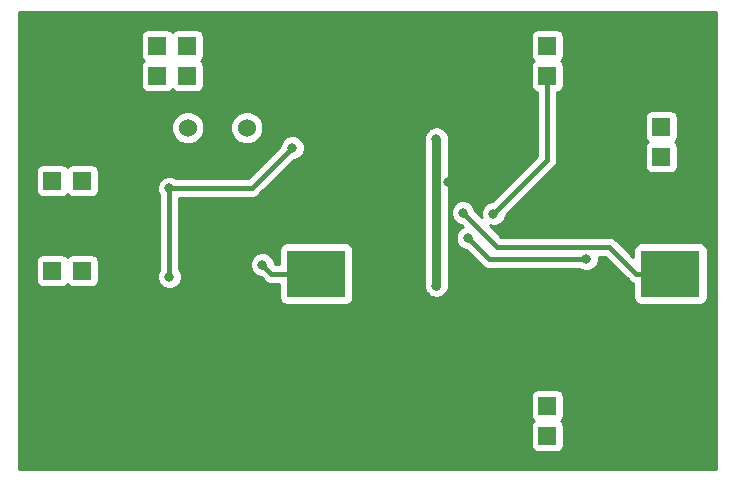
<source format=gbr>
G04 #@! TF.GenerationSoftware,KiCad,Pcbnew,(2018-02-10 revision a04965c36)-makepkg*
G04 #@! TF.CreationDate,2018-07-08T19:23:27+02:00*
G04 #@! TF.ProjectId,PCRD04A,504352443034412E6B696361645F7063,REV*
G04 #@! TF.SameCoordinates,Original*
G04 #@! TF.FileFunction,Copper,L1,Top,Signal*
G04 #@! TF.FilePolarity,Positive*
%FSLAX46Y46*%
G04 Gerber Fmt 4.6, Leading zero omitted, Abs format (unit mm)*
G04 Created by KiCad (PCBNEW (2018-02-10 revision a04965c36)-makepkg) date 07/08/18 19:23:27*
%MOMM*%
%LPD*%
G01*
G04 APERTURE LIST*
%ADD10C,1.524000*%
%ADD11R,5.000000X4.000000*%
%ADD12R,1.524000X1.524000*%
%ADD13C,6.000000*%
%ADD14C,0.800000*%
%ADD15C,0.400000*%
%ADD16C,0.250000*%
%ADD17C,0.800000*%
%ADD18C,0.254000*%
G04 APERTURE END LIST*
D10*
X15280000Y29885000D03*
X20280000Y29885000D03*
D11*
X26148000Y17526000D03*
X56148000Y17526000D03*
D12*
X43180000Y3810000D03*
X43180000Y6350000D03*
X45720000Y3810000D03*
X45720000Y6350000D03*
X48260000Y3810000D03*
X48260000Y6350000D03*
X52832000Y29972000D03*
X52832000Y27432000D03*
X55372000Y27432000D03*
X55372000Y29972000D03*
X57912000Y29972000D03*
X57912000Y27432000D03*
X48260000Y36830000D03*
X48260000Y34290000D03*
X45720000Y34290000D03*
X45720000Y36830000D03*
X43180000Y34290000D03*
X43180000Y36830000D03*
D13*
X5080000Y35560000D03*
X55880000Y35560000D03*
X55880000Y5080000D03*
X5080000Y5080000D03*
D12*
X3810000Y27940000D03*
X6350000Y27940000D03*
X3810000Y25400000D03*
X6350000Y25400000D03*
X3810000Y22860000D03*
X6350000Y22860000D03*
X6350000Y17780000D03*
X3810000Y17780000D03*
D13*
X35560000Y35560000D03*
X35560000Y5080000D03*
D12*
X12700000Y36830000D03*
X15240000Y36830000D03*
X12700000Y34290000D03*
X15240000Y34290000D03*
D14*
X28194000Y26924000D03*
X29464000Y26924000D03*
X30607000Y26924000D03*
X34036000Y27559000D03*
X33147000Y28448000D03*
X38354000Y26670000D03*
X40005000Y26670000D03*
X42037000Y26670000D03*
X50927000Y28448000D03*
X50038000Y29337000D03*
X49149000Y30099000D03*
X48260000Y30480000D03*
X48260000Y31496000D03*
X48260000Y32512000D03*
X43815000Y32385000D03*
X42672000Y32385000D03*
X41656000Y32385000D03*
X40640000Y32512000D03*
X40259000Y11430000D03*
X40259000Y10414000D03*
X39116000Y10414000D03*
X37973000Y10414000D03*
X37973000Y11430000D03*
X39116000Y11430000D03*
X54102000Y12827000D03*
X52832000Y12827000D03*
X51562000Y12827000D03*
X50165000Y12700000D03*
X30099000Y20574000D03*
X30099000Y19304000D03*
X17780000Y20574000D03*
X19558000Y20574000D03*
X21209000Y20574000D03*
X20574000Y19685000D03*
X19304000Y19177000D03*
X18034000Y19304000D03*
X17018000Y19304000D03*
X13335000Y13462000D03*
X14605000Y13462000D03*
X15875000Y13462000D03*
X17018000Y13462000D03*
X18034000Y13462000D03*
X10414000Y19088000D03*
X8636000Y19304000D03*
X11049000Y19812000D03*
X9906000Y19812000D03*
X51054000Y21590000D03*
X49911000Y21590000D03*
X48895000Y26035000D03*
X48260000Y26924000D03*
X47879000Y25908000D03*
X47117000Y26797000D03*
X46228000Y22352000D03*
X38100000Y17907000D03*
X38100000Y18796000D03*
X33782000Y17780000D03*
X32512000Y17780000D03*
X31242000Y17780000D03*
X30099000Y18034000D03*
X38227000Y25273000D03*
X37322000Y25273000D03*
X16637000Y28321000D03*
X15367000Y27686000D03*
X14224000Y28194000D03*
X8763000Y32385000D03*
X10287000Y32385000D03*
X36322000Y16510000D03*
X36322000Y28956000D03*
X38988000Y20574000D03*
X49022000Y18796000D03*
X41148000Y22606000D03*
X13716000Y17272000D03*
X38570000Y22699727D03*
X24130000Y28194000D03*
X13716000Y24765000D03*
X21590000Y18288000D03*
D15*
X29464000Y26924000D02*
X28194000Y26924000D01*
X31242000Y27559000D02*
X30607000Y26924000D01*
X34036000Y27559000D02*
X31242000Y27559000D01*
X33147000Y28448000D02*
X34036000Y27559000D01*
X42037000Y26670000D02*
X40005000Y26670000D01*
X50038000Y29337000D02*
X50927000Y28448000D01*
X48768000Y30480000D02*
X49149000Y30099000D01*
X48260000Y30480000D02*
X48768000Y30480000D01*
X48260000Y32512000D02*
X48260000Y31496000D01*
X42672000Y32385000D02*
X43815000Y32385000D01*
X41529000Y32512000D02*
X41656000Y32385000D01*
X40640000Y32512000D02*
X41529000Y32512000D01*
X40259000Y10414000D02*
X40259000Y11430000D01*
X37973000Y10414000D02*
X39116000Y10414000D01*
X39116000Y11430000D02*
X37973000Y11430000D01*
X52832000Y12827000D02*
X54102000Y12827000D01*
X51435000Y12700000D02*
X51562000Y12827000D01*
X50165000Y12700000D02*
X51435000Y12700000D01*
X30099000Y19304000D02*
X30099000Y20574000D01*
X19558000Y20574000D02*
X17780000Y20574000D01*
X20574000Y19939000D02*
X21209000Y20574000D01*
X20574000Y19685000D02*
X20574000Y19939000D01*
X19177000Y19304000D02*
X19304000Y19177000D01*
X18034000Y19304000D02*
X19177000Y19304000D01*
X17018000Y16002000D02*
X17018000Y19304000D01*
X14877999Y13861999D02*
X17018000Y16002000D01*
X13335000Y13462000D02*
X13734999Y13861999D01*
X13734999Y13861999D02*
X14877999Y13861999D01*
X15875000Y13462000D02*
X14605000Y13462000D01*
X18034000Y13462000D02*
X17018000Y13462000D01*
X9144000Y19812000D02*
X8636000Y19304000D01*
X11049000Y19812000D02*
X9144000Y19812000D01*
X6350000Y21698000D02*
X8236000Y19812000D01*
X6350000Y22860000D02*
X6350000Y21698000D01*
X8236000Y19812000D02*
X9906000Y19812000D01*
D16*
X49911000Y21590000D02*
X51054000Y21590000D01*
X48260000Y26670000D02*
X48895000Y26035000D01*
X48260000Y26924000D02*
X48260000Y26670000D01*
X47117000Y26670000D02*
X47879000Y25908000D01*
X47117000Y26797000D02*
X47117000Y26670000D01*
X38100000Y18796000D02*
X38100000Y17907000D01*
X32512000Y17780000D02*
X33782000Y17780000D01*
X30988000Y18034000D02*
X31242000Y17780000D01*
X30099000Y18034000D02*
X30988000Y18034000D01*
X37322000Y25273000D02*
X38227000Y25273000D01*
X14859000Y28194000D02*
X15367000Y27686000D01*
X14224000Y28194000D02*
X14859000Y28194000D01*
X10287000Y32385000D02*
X8763000Y32385000D01*
D17*
X36322000Y28956000D02*
X36322000Y16510000D01*
D15*
X49022000Y18796000D02*
X40766000Y18796000D01*
X40766000Y18796000D02*
X38988000Y20574000D01*
X41148000Y22606000D02*
X45720000Y27178000D01*
X45720000Y27178000D02*
X45720000Y34290000D01*
X13716000Y24765000D02*
X13716000Y17272000D01*
X41457727Y19812000D02*
X38570000Y22699727D01*
X50962000Y19812000D02*
X41457727Y19812000D01*
X56148000Y17526000D02*
X53248000Y17526000D01*
X53248000Y17526000D02*
X50962000Y19812000D01*
X20701000Y24765000D02*
X24130000Y28194000D01*
X13716000Y24765000D02*
X20701000Y24765000D01*
X22352000Y17526000D02*
X21590000Y18288000D01*
X26148000Y17526000D02*
X22352000Y17526000D01*
D18*
G36*
X59971000Y989000D02*
X989000Y989000D01*
X989000Y7112000D01*
X44310560Y7112000D01*
X44310560Y5588000D01*
X44359843Y5340235D01*
X44500191Y5130191D01*
X44575307Y5080000D01*
X44500191Y5029809D01*
X44359843Y4819765D01*
X44310560Y4572000D01*
X44310560Y3048000D01*
X44359843Y2800235D01*
X44500191Y2590191D01*
X44710235Y2449843D01*
X44958000Y2400560D01*
X46482000Y2400560D01*
X46729765Y2449843D01*
X46939809Y2590191D01*
X47080157Y2800235D01*
X47129440Y3048000D01*
X47129440Y4572000D01*
X47080157Y4819765D01*
X46939809Y5029809D01*
X46864693Y5080000D01*
X46939809Y5130191D01*
X47080157Y5340235D01*
X47129440Y5588000D01*
X47129440Y7112000D01*
X47080157Y7359765D01*
X46939809Y7569809D01*
X46729765Y7710157D01*
X46482000Y7759440D01*
X44958000Y7759440D01*
X44710235Y7710157D01*
X44500191Y7569809D01*
X44359843Y7359765D01*
X44310560Y7112000D01*
X989000Y7112000D01*
X989000Y18542000D01*
X2400560Y18542000D01*
X2400560Y17018000D01*
X2449843Y16770235D01*
X2590191Y16560191D01*
X2800235Y16419843D01*
X3048000Y16370560D01*
X4572000Y16370560D01*
X4819765Y16419843D01*
X5029809Y16560191D01*
X5080000Y16635307D01*
X5130191Y16560191D01*
X5340235Y16419843D01*
X5588000Y16370560D01*
X7112000Y16370560D01*
X7359765Y16419843D01*
X7569809Y16560191D01*
X7710157Y16770235D01*
X7759440Y17018000D01*
X7759440Y18542000D01*
X7710157Y18789765D01*
X7569809Y18999809D01*
X7359765Y19140157D01*
X7112000Y19189440D01*
X5588000Y19189440D01*
X5340235Y19140157D01*
X5130191Y18999809D01*
X5080000Y18924693D01*
X5029809Y18999809D01*
X4819765Y19140157D01*
X4572000Y19189440D01*
X3048000Y19189440D01*
X2800235Y19140157D01*
X2590191Y18999809D01*
X2449843Y18789765D01*
X2400560Y18542000D01*
X989000Y18542000D01*
X989000Y26162000D01*
X2400560Y26162000D01*
X2400560Y24638000D01*
X2449843Y24390235D01*
X2590191Y24180191D01*
X2800235Y24039843D01*
X3048000Y23990560D01*
X4572000Y23990560D01*
X4819765Y24039843D01*
X5029809Y24180191D01*
X5080000Y24255307D01*
X5130191Y24180191D01*
X5340235Y24039843D01*
X5588000Y23990560D01*
X7112000Y23990560D01*
X7359765Y24039843D01*
X7569809Y24180191D01*
X7710157Y24390235D01*
X7759440Y24638000D01*
X7759440Y24970874D01*
X12681000Y24970874D01*
X12681000Y24559126D01*
X12838569Y24178720D01*
X12881000Y24136289D01*
X12881001Y17900712D01*
X12838569Y17858280D01*
X12681000Y17477874D01*
X12681000Y17066126D01*
X12838569Y16685720D01*
X13129720Y16394569D01*
X13510126Y16237000D01*
X13921874Y16237000D01*
X14302280Y16394569D01*
X14593431Y16685720D01*
X14751000Y17066126D01*
X14751000Y17477874D01*
X14593431Y17858280D01*
X14551000Y17900711D01*
X14551000Y18493874D01*
X20555000Y18493874D01*
X20555000Y18082126D01*
X20712569Y17701720D01*
X21003720Y17410569D01*
X21384126Y17253000D01*
X21444132Y17253000D01*
X21703414Y16993718D01*
X21749999Y16923999D01*
X22026199Y16739448D01*
X22269763Y16691000D01*
X22352000Y16674642D01*
X22434237Y16691000D01*
X23000560Y16691000D01*
X23000560Y15526000D01*
X23049843Y15278235D01*
X23190191Y15068191D01*
X23400235Y14927843D01*
X23648000Y14878560D01*
X28648000Y14878560D01*
X28895765Y14927843D01*
X29105809Y15068191D01*
X29246157Y15278235D01*
X29295440Y15526000D01*
X29295440Y19526000D01*
X29246157Y19773765D01*
X29105809Y19983809D01*
X28895765Y20124157D01*
X28648000Y20173440D01*
X23648000Y20173440D01*
X23400235Y20124157D01*
X23190191Y19983809D01*
X23049843Y19773765D01*
X23000560Y19526000D01*
X23000560Y18361000D01*
X22697868Y18361000D01*
X22625000Y18433868D01*
X22625000Y18493874D01*
X22467431Y18874280D01*
X22176280Y19165431D01*
X21795874Y19323000D01*
X21384126Y19323000D01*
X21003720Y19165431D01*
X20712569Y18874280D01*
X20555000Y18493874D01*
X14551000Y18493874D01*
X14551000Y23930000D01*
X20618767Y23930000D01*
X20701000Y23913643D01*
X20783233Y23930000D01*
X20783237Y23930000D01*
X21026801Y23978448D01*
X21303001Y24162999D01*
X21349587Y24232720D01*
X24275869Y27159000D01*
X24335874Y27159000D01*
X24716280Y27316569D01*
X25007431Y27607720D01*
X25165000Y27988126D01*
X25165000Y28399874D01*
X25007431Y28780280D01*
X24716280Y29071431D01*
X24497931Y29161874D01*
X35287000Y29161874D01*
X35287000Y29057934D01*
X35287001Y16715876D01*
X35287000Y16715874D01*
X35287000Y16304126D01*
X35326778Y16208094D01*
X35347053Y16106163D01*
X35404792Y16019751D01*
X35444569Y15923720D01*
X35518068Y15850221D01*
X35575808Y15763807D01*
X35662222Y15706067D01*
X35735720Y15632569D01*
X35831749Y15592792D01*
X35918164Y15535052D01*
X36020098Y15514776D01*
X36116126Y15475000D01*
X36220066Y15475000D01*
X36322000Y15454724D01*
X36423935Y15475000D01*
X36527874Y15475000D01*
X36623902Y15514776D01*
X36725837Y15535052D01*
X36812253Y15592793D01*
X36908280Y15632569D01*
X36981776Y15706065D01*
X37068193Y15763807D01*
X37125935Y15850224D01*
X37199431Y15923720D01*
X37239207Y16019747D01*
X37296948Y16106163D01*
X37317224Y16208099D01*
X37357000Y16304126D01*
X37357000Y22905601D01*
X37535000Y22905601D01*
X37535000Y22493853D01*
X37692569Y22113447D01*
X37983720Y21822296D01*
X38364126Y21664727D01*
X38424133Y21664727D01*
X38568391Y21520468D01*
X38401720Y21451431D01*
X38110569Y21160280D01*
X37953000Y20779874D01*
X37953000Y20368126D01*
X38110569Y19987720D01*
X38401720Y19696569D01*
X38782126Y19539000D01*
X38842133Y19539000D01*
X40117415Y18263717D01*
X40163999Y18193999D01*
X40440199Y18009448D01*
X40683763Y17961000D01*
X40766000Y17944642D01*
X40848237Y17961000D01*
X48393289Y17961000D01*
X48435720Y17918569D01*
X48816126Y17761000D01*
X49227874Y17761000D01*
X49608280Y17918569D01*
X49899431Y18209720D01*
X50057000Y18590126D01*
X50057000Y18977000D01*
X50616133Y18977000D01*
X52599415Y16993717D01*
X52645999Y16923999D01*
X52922199Y16739448D01*
X53000560Y16723861D01*
X53000560Y15526000D01*
X53049843Y15278235D01*
X53190191Y15068191D01*
X53400235Y14927843D01*
X53648000Y14878560D01*
X58648000Y14878560D01*
X58895765Y14927843D01*
X59105809Y15068191D01*
X59246157Y15278235D01*
X59295440Y15526000D01*
X59295440Y19526000D01*
X59246157Y19773765D01*
X59105809Y19983809D01*
X58895765Y20124157D01*
X58648000Y20173440D01*
X53648000Y20173440D01*
X53400235Y20124157D01*
X53190191Y19983809D01*
X53049843Y19773765D01*
X53000560Y19526000D01*
X53000560Y18954308D01*
X51610587Y20344280D01*
X51564001Y20414001D01*
X51287801Y20598552D01*
X51044237Y20647000D01*
X51044233Y20647000D01*
X50962000Y20663357D01*
X50879767Y20647000D01*
X41803595Y20647000D01*
X40835378Y21615216D01*
X40942126Y21571000D01*
X41353874Y21571000D01*
X41734280Y21728569D01*
X42025431Y22019720D01*
X42183000Y22400126D01*
X42183000Y22460133D01*
X46252286Y26529417D01*
X46322001Y26575999D01*
X46384811Y26670000D01*
X46506552Y26852199D01*
X46506552Y26852200D01*
X46555000Y27095763D01*
X46555000Y27095766D01*
X46571357Y27177999D01*
X46555000Y27260232D01*
X46555000Y30734000D01*
X53962560Y30734000D01*
X53962560Y29210000D01*
X54011843Y28962235D01*
X54152191Y28752191D01*
X54227307Y28702000D01*
X54152191Y28651809D01*
X54011843Y28441765D01*
X53962560Y28194000D01*
X53962560Y26670000D01*
X54011843Y26422235D01*
X54152191Y26212191D01*
X54362235Y26071843D01*
X54610000Y26022560D01*
X56134000Y26022560D01*
X56381765Y26071843D01*
X56591809Y26212191D01*
X56732157Y26422235D01*
X56781440Y26670000D01*
X56781440Y28194000D01*
X56732157Y28441765D01*
X56591809Y28651809D01*
X56516693Y28702000D01*
X56591809Y28752191D01*
X56732157Y28962235D01*
X56781440Y29210000D01*
X56781440Y30734000D01*
X56732157Y30981765D01*
X56591809Y31191809D01*
X56381765Y31332157D01*
X56134000Y31381440D01*
X54610000Y31381440D01*
X54362235Y31332157D01*
X54152191Y31191809D01*
X54011843Y30981765D01*
X53962560Y30734000D01*
X46555000Y30734000D01*
X46555000Y32895080D01*
X46729765Y32929843D01*
X46939809Y33070191D01*
X47080157Y33280235D01*
X47129440Y33528000D01*
X47129440Y35052000D01*
X47080157Y35299765D01*
X46939809Y35509809D01*
X46864693Y35560000D01*
X46939809Y35610191D01*
X47080157Y35820235D01*
X47129440Y36068000D01*
X47129440Y37592000D01*
X47080157Y37839765D01*
X46939809Y38049809D01*
X46729765Y38190157D01*
X46482000Y38239440D01*
X44958000Y38239440D01*
X44710235Y38190157D01*
X44500191Y38049809D01*
X44359843Y37839765D01*
X44310560Y37592000D01*
X44310560Y36068000D01*
X44359843Y35820235D01*
X44500191Y35610191D01*
X44575307Y35560000D01*
X44500191Y35509809D01*
X44359843Y35299765D01*
X44310560Y35052000D01*
X44310560Y33528000D01*
X44359843Y33280235D01*
X44500191Y33070191D01*
X44710235Y32929843D01*
X44885001Y32895080D01*
X44885000Y27523869D01*
X41002133Y23641000D01*
X40942126Y23641000D01*
X40561720Y23483431D01*
X40270569Y23192280D01*
X40113000Y22811874D01*
X40113000Y22400126D01*
X40157216Y22293378D01*
X39605000Y22845594D01*
X39605000Y22905601D01*
X39447431Y23286007D01*
X39156280Y23577158D01*
X38775874Y23734727D01*
X38364126Y23734727D01*
X37983720Y23577158D01*
X37692569Y23286007D01*
X37535000Y22905601D01*
X37357000Y22905601D01*
X37357000Y29161874D01*
X37317224Y29257901D01*
X37296948Y29359837D01*
X37239207Y29446253D01*
X37199431Y29542280D01*
X37125935Y29615776D01*
X37068193Y29702193D01*
X36981777Y29759934D01*
X36908280Y29833431D01*
X36812251Y29873207D01*
X36725836Y29930948D01*
X36623902Y29951224D01*
X36527874Y29991000D01*
X36423934Y29991000D01*
X36322000Y30011276D01*
X36220065Y29991000D01*
X36116126Y29991000D01*
X36020098Y29951224D01*
X35918163Y29930948D01*
X35831747Y29873207D01*
X35735720Y29833431D01*
X35662224Y29759935D01*
X35575807Y29702193D01*
X35518066Y29615777D01*
X35444569Y29542280D01*
X35404793Y29446251D01*
X35347052Y29359836D01*
X35326776Y29257902D01*
X35287000Y29161874D01*
X24497931Y29161874D01*
X24335874Y29229000D01*
X23924126Y29229000D01*
X23543720Y29071431D01*
X23252569Y28780280D01*
X23095000Y28399874D01*
X23095000Y28339869D01*
X20355133Y25600000D01*
X14344711Y25600000D01*
X14302280Y25642431D01*
X13921874Y25800000D01*
X13510126Y25800000D01*
X13129720Y25642431D01*
X12838569Y25351280D01*
X12681000Y24970874D01*
X7759440Y24970874D01*
X7759440Y26162000D01*
X7710157Y26409765D01*
X7569809Y26619809D01*
X7359765Y26760157D01*
X7112000Y26809440D01*
X5588000Y26809440D01*
X5340235Y26760157D01*
X5130191Y26619809D01*
X5080000Y26544693D01*
X5029809Y26619809D01*
X4819765Y26760157D01*
X4572000Y26809440D01*
X3048000Y26809440D01*
X2800235Y26760157D01*
X2590191Y26619809D01*
X2449843Y26409765D01*
X2400560Y26162000D01*
X989000Y26162000D01*
X989000Y30162881D01*
X13883000Y30162881D01*
X13883000Y29607119D01*
X14095680Y29093663D01*
X14488663Y28700680D01*
X15002119Y28488000D01*
X15557881Y28488000D01*
X16071337Y28700680D01*
X16464320Y29093663D01*
X16677000Y29607119D01*
X16677000Y30162881D01*
X18883000Y30162881D01*
X18883000Y29607119D01*
X19095680Y29093663D01*
X19488663Y28700680D01*
X20002119Y28488000D01*
X20557881Y28488000D01*
X21071337Y28700680D01*
X21464320Y29093663D01*
X21677000Y29607119D01*
X21677000Y30162881D01*
X21464320Y30676337D01*
X21071337Y31069320D01*
X20557881Y31282000D01*
X20002119Y31282000D01*
X19488663Y31069320D01*
X19095680Y30676337D01*
X18883000Y30162881D01*
X16677000Y30162881D01*
X16464320Y30676337D01*
X16071337Y31069320D01*
X15557881Y31282000D01*
X15002119Y31282000D01*
X14488663Y31069320D01*
X14095680Y30676337D01*
X13883000Y30162881D01*
X989000Y30162881D01*
X989000Y37592000D01*
X11290560Y37592000D01*
X11290560Y36068000D01*
X11339843Y35820235D01*
X11480191Y35610191D01*
X11555307Y35560000D01*
X11480191Y35509809D01*
X11339843Y35299765D01*
X11290560Y35052000D01*
X11290560Y33528000D01*
X11339843Y33280235D01*
X11480191Y33070191D01*
X11690235Y32929843D01*
X11938000Y32880560D01*
X13462000Y32880560D01*
X13709765Y32929843D01*
X13919809Y33070191D01*
X13970000Y33145307D01*
X14020191Y33070191D01*
X14230235Y32929843D01*
X14478000Y32880560D01*
X16002000Y32880560D01*
X16249765Y32929843D01*
X16459809Y33070191D01*
X16600157Y33280235D01*
X16649440Y33528000D01*
X16649440Y35052000D01*
X16600157Y35299765D01*
X16459809Y35509809D01*
X16384693Y35560000D01*
X16459809Y35610191D01*
X16600157Y35820235D01*
X16649440Y36068000D01*
X16649440Y37592000D01*
X16600157Y37839765D01*
X16459809Y38049809D01*
X16249765Y38190157D01*
X16002000Y38239440D01*
X14478000Y38239440D01*
X14230235Y38190157D01*
X14020191Y38049809D01*
X13970000Y37974693D01*
X13919809Y38049809D01*
X13709765Y38190157D01*
X13462000Y38239440D01*
X11938000Y38239440D01*
X11690235Y38190157D01*
X11480191Y38049809D01*
X11339843Y37839765D01*
X11290560Y37592000D01*
X989000Y37592000D01*
X989000Y39651000D01*
X59971001Y39651000D01*
X59971000Y989000D01*
X59971000Y989000D01*
G37*
X59971000Y989000D02*
X989000Y989000D01*
X989000Y7112000D01*
X44310560Y7112000D01*
X44310560Y5588000D01*
X44359843Y5340235D01*
X44500191Y5130191D01*
X44575307Y5080000D01*
X44500191Y5029809D01*
X44359843Y4819765D01*
X44310560Y4572000D01*
X44310560Y3048000D01*
X44359843Y2800235D01*
X44500191Y2590191D01*
X44710235Y2449843D01*
X44958000Y2400560D01*
X46482000Y2400560D01*
X46729765Y2449843D01*
X46939809Y2590191D01*
X47080157Y2800235D01*
X47129440Y3048000D01*
X47129440Y4572000D01*
X47080157Y4819765D01*
X46939809Y5029809D01*
X46864693Y5080000D01*
X46939809Y5130191D01*
X47080157Y5340235D01*
X47129440Y5588000D01*
X47129440Y7112000D01*
X47080157Y7359765D01*
X46939809Y7569809D01*
X46729765Y7710157D01*
X46482000Y7759440D01*
X44958000Y7759440D01*
X44710235Y7710157D01*
X44500191Y7569809D01*
X44359843Y7359765D01*
X44310560Y7112000D01*
X989000Y7112000D01*
X989000Y18542000D01*
X2400560Y18542000D01*
X2400560Y17018000D01*
X2449843Y16770235D01*
X2590191Y16560191D01*
X2800235Y16419843D01*
X3048000Y16370560D01*
X4572000Y16370560D01*
X4819765Y16419843D01*
X5029809Y16560191D01*
X5080000Y16635307D01*
X5130191Y16560191D01*
X5340235Y16419843D01*
X5588000Y16370560D01*
X7112000Y16370560D01*
X7359765Y16419843D01*
X7569809Y16560191D01*
X7710157Y16770235D01*
X7759440Y17018000D01*
X7759440Y18542000D01*
X7710157Y18789765D01*
X7569809Y18999809D01*
X7359765Y19140157D01*
X7112000Y19189440D01*
X5588000Y19189440D01*
X5340235Y19140157D01*
X5130191Y18999809D01*
X5080000Y18924693D01*
X5029809Y18999809D01*
X4819765Y19140157D01*
X4572000Y19189440D01*
X3048000Y19189440D01*
X2800235Y19140157D01*
X2590191Y18999809D01*
X2449843Y18789765D01*
X2400560Y18542000D01*
X989000Y18542000D01*
X989000Y26162000D01*
X2400560Y26162000D01*
X2400560Y24638000D01*
X2449843Y24390235D01*
X2590191Y24180191D01*
X2800235Y24039843D01*
X3048000Y23990560D01*
X4572000Y23990560D01*
X4819765Y24039843D01*
X5029809Y24180191D01*
X5080000Y24255307D01*
X5130191Y24180191D01*
X5340235Y24039843D01*
X5588000Y23990560D01*
X7112000Y23990560D01*
X7359765Y24039843D01*
X7569809Y24180191D01*
X7710157Y24390235D01*
X7759440Y24638000D01*
X7759440Y24970874D01*
X12681000Y24970874D01*
X12681000Y24559126D01*
X12838569Y24178720D01*
X12881000Y24136289D01*
X12881001Y17900712D01*
X12838569Y17858280D01*
X12681000Y17477874D01*
X12681000Y17066126D01*
X12838569Y16685720D01*
X13129720Y16394569D01*
X13510126Y16237000D01*
X13921874Y16237000D01*
X14302280Y16394569D01*
X14593431Y16685720D01*
X14751000Y17066126D01*
X14751000Y17477874D01*
X14593431Y17858280D01*
X14551000Y17900711D01*
X14551000Y18493874D01*
X20555000Y18493874D01*
X20555000Y18082126D01*
X20712569Y17701720D01*
X21003720Y17410569D01*
X21384126Y17253000D01*
X21444132Y17253000D01*
X21703414Y16993718D01*
X21749999Y16923999D01*
X22026199Y16739448D01*
X22269763Y16691000D01*
X22352000Y16674642D01*
X22434237Y16691000D01*
X23000560Y16691000D01*
X23000560Y15526000D01*
X23049843Y15278235D01*
X23190191Y15068191D01*
X23400235Y14927843D01*
X23648000Y14878560D01*
X28648000Y14878560D01*
X28895765Y14927843D01*
X29105809Y15068191D01*
X29246157Y15278235D01*
X29295440Y15526000D01*
X29295440Y19526000D01*
X29246157Y19773765D01*
X29105809Y19983809D01*
X28895765Y20124157D01*
X28648000Y20173440D01*
X23648000Y20173440D01*
X23400235Y20124157D01*
X23190191Y19983809D01*
X23049843Y19773765D01*
X23000560Y19526000D01*
X23000560Y18361000D01*
X22697868Y18361000D01*
X22625000Y18433868D01*
X22625000Y18493874D01*
X22467431Y18874280D01*
X22176280Y19165431D01*
X21795874Y19323000D01*
X21384126Y19323000D01*
X21003720Y19165431D01*
X20712569Y18874280D01*
X20555000Y18493874D01*
X14551000Y18493874D01*
X14551000Y23930000D01*
X20618767Y23930000D01*
X20701000Y23913643D01*
X20783233Y23930000D01*
X20783237Y23930000D01*
X21026801Y23978448D01*
X21303001Y24162999D01*
X21349587Y24232720D01*
X24275869Y27159000D01*
X24335874Y27159000D01*
X24716280Y27316569D01*
X25007431Y27607720D01*
X25165000Y27988126D01*
X25165000Y28399874D01*
X25007431Y28780280D01*
X24716280Y29071431D01*
X24497931Y29161874D01*
X35287000Y29161874D01*
X35287000Y29057934D01*
X35287001Y16715876D01*
X35287000Y16715874D01*
X35287000Y16304126D01*
X35326778Y16208094D01*
X35347053Y16106163D01*
X35404792Y16019751D01*
X35444569Y15923720D01*
X35518068Y15850221D01*
X35575808Y15763807D01*
X35662222Y15706067D01*
X35735720Y15632569D01*
X35831749Y15592792D01*
X35918164Y15535052D01*
X36020098Y15514776D01*
X36116126Y15475000D01*
X36220066Y15475000D01*
X36322000Y15454724D01*
X36423935Y15475000D01*
X36527874Y15475000D01*
X36623902Y15514776D01*
X36725837Y15535052D01*
X36812253Y15592793D01*
X36908280Y15632569D01*
X36981776Y15706065D01*
X37068193Y15763807D01*
X37125935Y15850224D01*
X37199431Y15923720D01*
X37239207Y16019747D01*
X37296948Y16106163D01*
X37317224Y16208099D01*
X37357000Y16304126D01*
X37357000Y22905601D01*
X37535000Y22905601D01*
X37535000Y22493853D01*
X37692569Y22113447D01*
X37983720Y21822296D01*
X38364126Y21664727D01*
X38424133Y21664727D01*
X38568391Y21520468D01*
X38401720Y21451431D01*
X38110569Y21160280D01*
X37953000Y20779874D01*
X37953000Y20368126D01*
X38110569Y19987720D01*
X38401720Y19696569D01*
X38782126Y19539000D01*
X38842133Y19539000D01*
X40117415Y18263717D01*
X40163999Y18193999D01*
X40440199Y18009448D01*
X40683763Y17961000D01*
X40766000Y17944642D01*
X40848237Y17961000D01*
X48393289Y17961000D01*
X48435720Y17918569D01*
X48816126Y17761000D01*
X49227874Y17761000D01*
X49608280Y17918569D01*
X49899431Y18209720D01*
X50057000Y18590126D01*
X50057000Y18977000D01*
X50616133Y18977000D01*
X52599415Y16993717D01*
X52645999Y16923999D01*
X52922199Y16739448D01*
X53000560Y16723861D01*
X53000560Y15526000D01*
X53049843Y15278235D01*
X53190191Y15068191D01*
X53400235Y14927843D01*
X53648000Y14878560D01*
X58648000Y14878560D01*
X58895765Y14927843D01*
X59105809Y15068191D01*
X59246157Y15278235D01*
X59295440Y15526000D01*
X59295440Y19526000D01*
X59246157Y19773765D01*
X59105809Y19983809D01*
X58895765Y20124157D01*
X58648000Y20173440D01*
X53648000Y20173440D01*
X53400235Y20124157D01*
X53190191Y19983809D01*
X53049843Y19773765D01*
X53000560Y19526000D01*
X53000560Y18954308D01*
X51610587Y20344280D01*
X51564001Y20414001D01*
X51287801Y20598552D01*
X51044237Y20647000D01*
X51044233Y20647000D01*
X50962000Y20663357D01*
X50879767Y20647000D01*
X41803595Y20647000D01*
X40835378Y21615216D01*
X40942126Y21571000D01*
X41353874Y21571000D01*
X41734280Y21728569D01*
X42025431Y22019720D01*
X42183000Y22400126D01*
X42183000Y22460133D01*
X46252286Y26529417D01*
X46322001Y26575999D01*
X46384811Y26670000D01*
X46506552Y26852199D01*
X46506552Y26852200D01*
X46555000Y27095763D01*
X46555000Y27095766D01*
X46571357Y27177999D01*
X46555000Y27260232D01*
X46555000Y30734000D01*
X53962560Y30734000D01*
X53962560Y29210000D01*
X54011843Y28962235D01*
X54152191Y28752191D01*
X54227307Y28702000D01*
X54152191Y28651809D01*
X54011843Y28441765D01*
X53962560Y28194000D01*
X53962560Y26670000D01*
X54011843Y26422235D01*
X54152191Y26212191D01*
X54362235Y26071843D01*
X54610000Y26022560D01*
X56134000Y26022560D01*
X56381765Y26071843D01*
X56591809Y26212191D01*
X56732157Y26422235D01*
X56781440Y26670000D01*
X56781440Y28194000D01*
X56732157Y28441765D01*
X56591809Y28651809D01*
X56516693Y28702000D01*
X56591809Y28752191D01*
X56732157Y28962235D01*
X56781440Y29210000D01*
X56781440Y30734000D01*
X56732157Y30981765D01*
X56591809Y31191809D01*
X56381765Y31332157D01*
X56134000Y31381440D01*
X54610000Y31381440D01*
X54362235Y31332157D01*
X54152191Y31191809D01*
X54011843Y30981765D01*
X53962560Y30734000D01*
X46555000Y30734000D01*
X46555000Y32895080D01*
X46729765Y32929843D01*
X46939809Y33070191D01*
X47080157Y33280235D01*
X47129440Y33528000D01*
X47129440Y35052000D01*
X47080157Y35299765D01*
X46939809Y35509809D01*
X46864693Y35560000D01*
X46939809Y35610191D01*
X47080157Y35820235D01*
X47129440Y36068000D01*
X47129440Y37592000D01*
X47080157Y37839765D01*
X46939809Y38049809D01*
X46729765Y38190157D01*
X46482000Y38239440D01*
X44958000Y38239440D01*
X44710235Y38190157D01*
X44500191Y38049809D01*
X44359843Y37839765D01*
X44310560Y37592000D01*
X44310560Y36068000D01*
X44359843Y35820235D01*
X44500191Y35610191D01*
X44575307Y35560000D01*
X44500191Y35509809D01*
X44359843Y35299765D01*
X44310560Y35052000D01*
X44310560Y33528000D01*
X44359843Y33280235D01*
X44500191Y33070191D01*
X44710235Y32929843D01*
X44885001Y32895080D01*
X44885000Y27523869D01*
X41002133Y23641000D01*
X40942126Y23641000D01*
X40561720Y23483431D01*
X40270569Y23192280D01*
X40113000Y22811874D01*
X40113000Y22400126D01*
X40157216Y22293378D01*
X39605000Y22845594D01*
X39605000Y22905601D01*
X39447431Y23286007D01*
X39156280Y23577158D01*
X38775874Y23734727D01*
X38364126Y23734727D01*
X37983720Y23577158D01*
X37692569Y23286007D01*
X37535000Y22905601D01*
X37357000Y22905601D01*
X37357000Y29161874D01*
X37317224Y29257901D01*
X37296948Y29359837D01*
X37239207Y29446253D01*
X37199431Y29542280D01*
X37125935Y29615776D01*
X37068193Y29702193D01*
X36981777Y29759934D01*
X36908280Y29833431D01*
X36812251Y29873207D01*
X36725836Y29930948D01*
X36623902Y29951224D01*
X36527874Y29991000D01*
X36423934Y29991000D01*
X36322000Y30011276D01*
X36220065Y29991000D01*
X36116126Y29991000D01*
X36020098Y29951224D01*
X35918163Y29930948D01*
X35831747Y29873207D01*
X35735720Y29833431D01*
X35662224Y29759935D01*
X35575807Y29702193D01*
X35518066Y29615777D01*
X35444569Y29542280D01*
X35404793Y29446251D01*
X35347052Y29359836D01*
X35326776Y29257902D01*
X35287000Y29161874D01*
X24497931Y29161874D01*
X24335874Y29229000D01*
X23924126Y29229000D01*
X23543720Y29071431D01*
X23252569Y28780280D01*
X23095000Y28399874D01*
X23095000Y28339869D01*
X20355133Y25600000D01*
X14344711Y25600000D01*
X14302280Y25642431D01*
X13921874Y25800000D01*
X13510126Y25800000D01*
X13129720Y25642431D01*
X12838569Y25351280D01*
X12681000Y24970874D01*
X7759440Y24970874D01*
X7759440Y26162000D01*
X7710157Y26409765D01*
X7569809Y26619809D01*
X7359765Y26760157D01*
X7112000Y26809440D01*
X5588000Y26809440D01*
X5340235Y26760157D01*
X5130191Y26619809D01*
X5080000Y26544693D01*
X5029809Y26619809D01*
X4819765Y26760157D01*
X4572000Y26809440D01*
X3048000Y26809440D01*
X2800235Y26760157D01*
X2590191Y26619809D01*
X2449843Y26409765D01*
X2400560Y26162000D01*
X989000Y26162000D01*
X989000Y30162881D01*
X13883000Y30162881D01*
X13883000Y29607119D01*
X14095680Y29093663D01*
X14488663Y28700680D01*
X15002119Y28488000D01*
X15557881Y28488000D01*
X16071337Y28700680D01*
X16464320Y29093663D01*
X16677000Y29607119D01*
X16677000Y30162881D01*
X18883000Y30162881D01*
X18883000Y29607119D01*
X19095680Y29093663D01*
X19488663Y28700680D01*
X20002119Y28488000D01*
X20557881Y28488000D01*
X21071337Y28700680D01*
X21464320Y29093663D01*
X21677000Y29607119D01*
X21677000Y30162881D01*
X21464320Y30676337D01*
X21071337Y31069320D01*
X20557881Y31282000D01*
X20002119Y31282000D01*
X19488663Y31069320D01*
X19095680Y30676337D01*
X18883000Y30162881D01*
X16677000Y30162881D01*
X16464320Y30676337D01*
X16071337Y31069320D01*
X15557881Y31282000D01*
X15002119Y31282000D01*
X14488663Y31069320D01*
X14095680Y30676337D01*
X13883000Y30162881D01*
X989000Y30162881D01*
X989000Y37592000D01*
X11290560Y37592000D01*
X11290560Y36068000D01*
X11339843Y35820235D01*
X11480191Y35610191D01*
X11555307Y35560000D01*
X11480191Y35509809D01*
X11339843Y35299765D01*
X11290560Y35052000D01*
X11290560Y33528000D01*
X11339843Y33280235D01*
X11480191Y33070191D01*
X11690235Y32929843D01*
X11938000Y32880560D01*
X13462000Y32880560D01*
X13709765Y32929843D01*
X13919809Y33070191D01*
X13970000Y33145307D01*
X14020191Y33070191D01*
X14230235Y32929843D01*
X14478000Y32880560D01*
X16002000Y32880560D01*
X16249765Y32929843D01*
X16459809Y33070191D01*
X16600157Y33280235D01*
X16649440Y33528000D01*
X16649440Y35052000D01*
X16600157Y35299765D01*
X16459809Y35509809D01*
X16384693Y35560000D01*
X16459809Y35610191D01*
X16600157Y35820235D01*
X16649440Y36068000D01*
X16649440Y37592000D01*
X16600157Y37839765D01*
X16459809Y38049809D01*
X16249765Y38190157D01*
X16002000Y38239440D01*
X14478000Y38239440D01*
X14230235Y38190157D01*
X14020191Y38049809D01*
X13970000Y37974693D01*
X13919809Y38049809D01*
X13709765Y38190157D01*
X13462000Y38239440D01*
X11938000Y38239440D01*
X11690235Y38190157D01*
X11480191Y38049809D01*
X11339843Y37839765D01*
X11290560Y37592000D01*
X989000Y37592000D01*
X989000Y39651000D01*
X59971001Y39651000D01*
X59971000Y989000D01*
M02*

</source>
